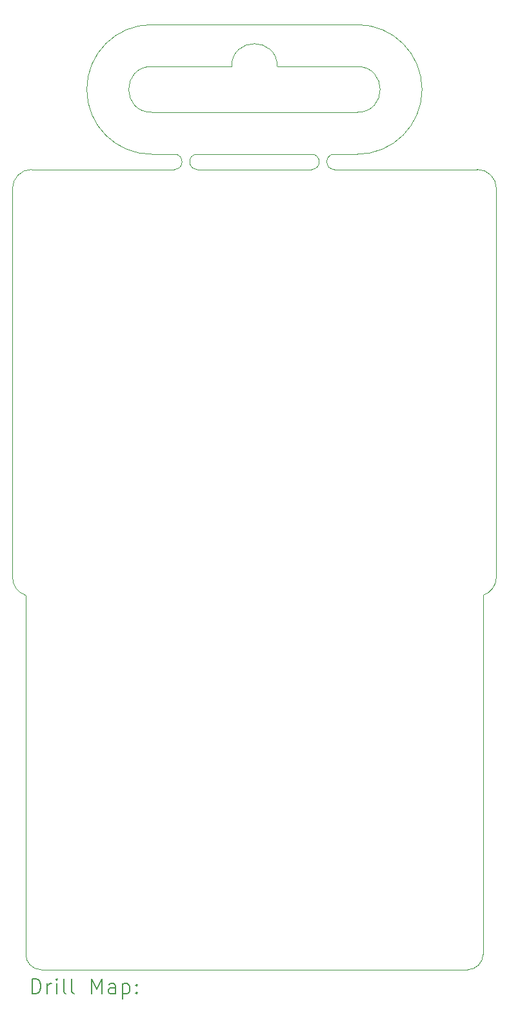
<source format=gbr>
%TF.GenerationSoftware,KiCad,Pcbnew,9.0.0*%
%TF.CreationDate,2025-07-26T10:24:43-04:00*%
%TF.ProjectId,POVideo V2,504f5669-6465-46f2-9056-322e6b696361,rev?*%
%TF.SameCoordinates,Original*%
%TF.FileFunction,Drillmap*%
%TF.FilePolarity,Positive*%
%FSLAX45Y45*%
G04 Gerber Fmt 4.5, Leading zero omitted, Abs format (unit mm)*
G04 Created by KiCad (PCBNEW 9.0.0) date 2025-07-26 10:24:43*
%MOMM*%
%LPD*%
G01*
G04 APERTURE LIST*
%ADD10C,0.100000*%
%ADD11C,0.200000*%
G04 APERTURE END LIST*
D10*
X18850000Y-4150000D02*
G75*
G02*
X18850000Y-4750000I0J-300000D01*
G01*
X16150000Y-4750000D02*
G75*
G02*
X16150000Y-4150000I0J300000D01*
G01*
X20500000Y-15800000D02*
G75*
G02*
X20300000Y-16000000I-200000J0D01*
G01*
X14325000Y-5750000D02*
G75*
G02*
X14575000Y-5500000I250000J0D01*
G01*
X14700000Y-16000000D02*
G75*
G02*
X14500000Y-15800000I0J200000D01*
G01*
X16450000Y-5500000D02*
X14575000Y-5500000D01*
X18550000Y-5500000D02*
X20425000Y-5500000D01*
X16150000Y-5300000D02*
G75*
G02*
X16150000Y-3600000I0J850000D01*
G01*
X18250000Y-5500000D02*
X16750000Y-5500000D01*
X18850000Y-3600000D02*
X16150000Y-3600000D01*
X18250000Y-5300000D02*
G75*
G02*
X18250000Y-5500000I0J-100000D01*
G01*
X18850000Y-3600000D02*
G75*
G02*
X18850000Y-5300000I0J-850000D01*
G01*
X16450000Y-5300000D02*
G75*
G02*
X16450000Y-5500000I0J-100000D01*
G01*
X14700000Y-16000000D02*
X20300000Y-16000000D01*
X18250000Y-5300000D02*
X16750000Y-5300000D01*
X20500000Y-11100000D02*
X20502975Y-11087529D01*
X16450000Y-5300000D02*
X16150000Y-5300000D01*
X20675000Y-5750000D02*
X20675000Y-10850000D01*
X16150000Y-4750000D02*
X18850000Y-4750000D01*
X18550000Y-5300000D02*
X18850000Y-5300000D01*
X14500000Y-11100000D02*
X14495943Y-11087171D01*
X17200000Y-4150000D02*
X16150000Y-4150000D01*
X16750000Y-5500000D02*
G75*
G02*
X16750000Y-5300000I0J100000D01*
G01*
X14500000Y-11250000D02*
X14500000Y-11100000D01*
X14325000Y-5750000D02*
X14325000Y-10850000D01*
X20425000Y-5500000D02*
G75*
G02*
X20675000Y-5750000I0J-250000D01*
G01*
X14500000Y-15800000D02*
X14500000Y-11250000D01*
X18550000Y-5500000D02*
G75*
G02*
X18550000Y-5300000I0J100000D01*
G01*
X17800000Y-4150000D02*
X18850000Y-4150000D01*
X20500000Y-11250000D02*
X20500000Y-11100000D01*
X14495943Y-11087171D02*
G75*
G02*
X14325000Y-10850000I79057J237171D01*
G01*
X17200000Y-4150000D02*
G75*
G02*
X17800000Y-4150000I300000J0D01*
G01*
X20500000Y-15800000D02*
X20500000Y-11250000D01*
X20675000Y-10850000D02*
G75*
G02*
X20502975Y-11087529I-250000J0D01*
G01*
D11*
X14580777Y-16316484D02*
X14580777Y-16116484D01*
X14580777Y-16116484D02*
X14628396Y-16116484D01*
X14628396Y-16116484D02*
X14656967Y-16126008D01*
X14656967Y-16126008D02*
X14676015Y-16145055D01*
X14676015Y-16145055D02*
X14685539Y-16164103D01*
X14685539Y-16164103D02*
X14695062Y-16202198D01*
X14695062Y-16202198D02*
X14695062Y-16230769D01*
X14695062Y-16230769D02*
X14685539Y-16268865D01*
X14685539Y-16268865D02*
X14676015Y-16287912D01*
X14676015Y-16287912D02*
X14656967Y-16306960D01*
X14656967Y-16306960D02*
X14628396Y-16316484D01*
X14628396Y-16316484D02*
X14580777Y-16316484D01*
X14780777Y-16316484D02*
X14780777Y-16183150D01*
X14780777Y-16221246D02*
X14790301Y-16202198D01*
X14790301Y-16202198D02*
X14799824Y-16192674D01*
X14799824Y-16192674D02*
X14818872Y-16183150D01*
X14818872Y-16183150D02*
X14837920Y-16183150D01*
X14904586Y-16316484D02*
X14904586Y-16183150D01*
X14904586Y-16116484D02*
X14895062Y-16126008D01*
X14895062Y-16126008D02*
X14904586Y-16135531D01*
X14904586Y-16135531D02*
X14914110Y-16126008D01*
X14914110Y-16126008D02*
X14904586Y-16116484D01*
X14904586Y-16116484D02*
X14904586Y-16135531D01*
X15028396Y-16316484D02*
X15009348Y-16306960D01*
X15009348Y-16306960D02*
X14999824Y-16287912D01*
X14999824Y-16287912D02*
X14999824Y-16116484D01*
X15133158Y-16316484D02*
X15114110Y-16306960D01*
X15114110Y-16306960D02*
X15104586Y-16287912D01*
X15104586Y-16287912D02*
X15104586Y-16116484D01*
X15361729Y-16316484D02*
X15361729Y-16116484D01*
X15361729Y-16116484D02*
X15428396Y-16259341D01*
X15428396Y-16259341D02*
X15495062Y-16116484D01*
X15495062Y-16116484D02*
X15495062Y-16316484D01*
X15676015Y-16316484D02*
X15676015Y-16211722D01*
X15676015Y-16211722D02*
X15666491Y-16192674D01*
X15666491Y-16192674D02*
X15647443Y-16183150D01*
X15647443Y-16183150D02*
X15609348Y-16183150D01*
X15609348Y-16183150D02*
X15590301Y-16192674D01*
X15676015Y-16306960D02*
X15656967Y-16316484D01*
X15656967Y-16316484D02*
X15609348Y-16316484D01*
X15609348Y-16316484D02*
X15590301Y-16306960D01*
X15590301Y-16306960D02*
X15580777Y-16287912D01*
X15580777Y-16287912D02*
X15580777Y-16268865D01*
X15580777Y-16268865D02*
X15590301Y-16249817D01*
X15590301Y-16249817D02*
X15609348Y-16240293D01*
X15609348Y-16240293D02*
X15656967Y-16240293D01*
X15656967Y-16240293D02*
X15676015Y-16230769D01*
X15771253Y-16183150D02*
X15771253Y-16383150D01*
X15771253Y-16192674D02*
X15790301Y-16183150D01*
X15790301Y-16183150D02*
X15828396Y-16183150D01*
X15828396Y-16183150D02*
X15847443Y-16192674D01*
X15847443Y-16192674D02*
X15856967Y-16202198D01*
X15856967Y-16202198D02*
X15866491Y-16221246D01*
X15866491Y-16221246D02*
X15866491Y-16278388D01*
X15866491Y-16278388D02*
X15856967Y-16297436D01*
X15856967Y-16297436D02*
X15847443Y-16306960D01*
X15847443Y-16306960D02*
X15828396Y-16316484D01*
X15828396Y-16316484D02*
X15790301Y-16316484D01*
X15790301Y-16316484D02*
X15771253Y-16306960D01*
X15952205Y-16297436D02*
X15961729Y-16306960D01*
X15961729Y-16306960D02*
X15952205Y-16316484D01*
X15952205Y-16316484D02*
X15942682Y-16306960D01*
X15942682Y-16306960D02*
X15952205Y-16297436D01*
X15952205Y-16297436D02*
X15952205Y-16316484D01*
X15952205Y-16192674D02*
X15961729Y-16202198D01*
X15961729Y-16202198D02*
X15952205Y-16211722D01*
X15952205Y-16211722D02*
X15942682Y-16202198D01*
X15942682Y-16202198D02*
X15952205Y-16192674D01*
X15952205Y-16192674D02*
X15952205Y-16211722D01*
M02*

</source>
